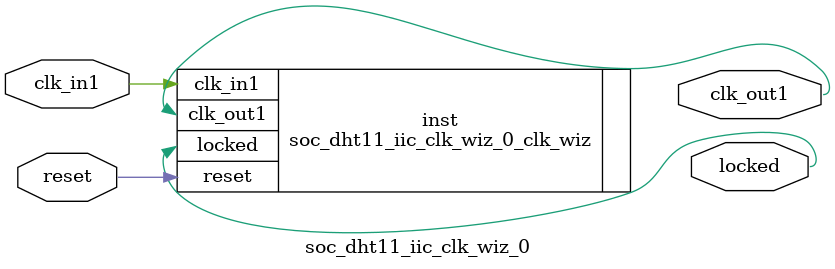
<source format=v>


`timescale 1ps/1ps

(* CORE_GENERATION_INFO = "soc_dht11_iic_clk_wiz_0,clk_wiz_v6_0_15_0_0,{component_name=soc_dht11_iic_clk_wiz_0,use_phase_alignment=true,use_min_o_jitter=false,use_max_i_jitter=false,use_dyn_phase_shift=false,use_inclk_switchover=false,use_dyn_reconfig=false,enable_axi=0,feedback_source=FDBK_AUTO,PRIMITIVE=MMCM,num_out_clk=1,clkin1_period=10.000,clkin2_period=10.000,use_power_down=false,use_reset=true,use_locked=true,use_inclk_stopped=false,feedback_type=SINGLE,CLOCK_MGR_TYPE=NA,manual_override=false}" *)

module soc_dht11_iic_clk_wiz_0 
 (
  // Clock out ports
  output        clk_out1,
  // Status and control signals
  input         reset,
  output        locked,
 // Clock in ports
  input         clk_in1
 );

  soc_dht11_iic_clk_wiz_0_clk_wiz inst
  (
  // Clock out ports  
  .clk_out1(clk_out1),
  // Status and control signals               
  .reset(reset), 
  .locked(locked),
 // Clock in ports
  .clk_in1(clk_in1)
  );

endmodule

</source>
